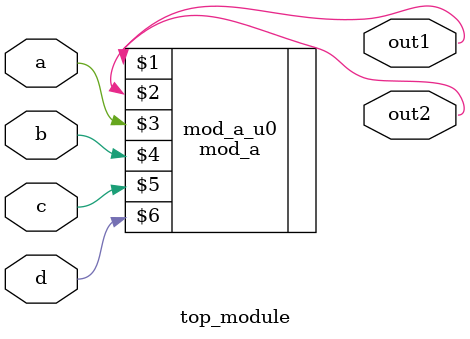
<source format=v>
module top_module ( 
    input a, 
    input b, 
    input c,
    input d,
    output out1,
    output out2
);
    
    mod_a mod_a_u0(out1, out2, a, b, c, d);

endmodule

</source>
